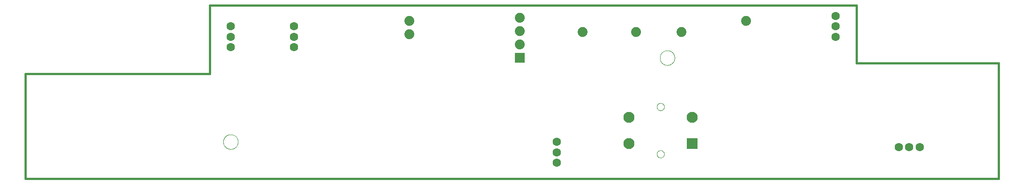
<source format=gbl>
G75*
%MOIN*%
%OFA0B0*%
%FSLAX25Y25*%
%IPPOS*%
%LPD*%
%AMOC8*
5,1,8,0,0,1.08239X$1,22.5*
%
%ADD10C,0.01600*%
%ADD11C,0.07400*%
%ADD12C,0.06299*%
%ADD13R,0.07400X0.07400*%
%ADD14C,0.00000*%
%ADD15R,0.08268X0.08268*%
%ADD16C,0.08268*%
D10*
X0130984Y0091614D02*
X0130984Y0170354D01*
X0268780Y0170354D01*
X0268780Y0221535D01*
X0753031Y0221535D01*
X0753031Y0178228D01*
X0859331Y0178228D01*
X0859331Y0091614D01*
X0130984Y0091614D01*
D11*
X0501063Y0192165D03*
X0501063Y0202165D03*
X0501063Y0212165D03*
X0548043Y0201622D03*
X0588043Y0201622D03*
X0621772Y0201445D03*
X0670354Y0209724D03*
X0418386Y0209724D03*
X0418386Y0199724D03*
D12*
X0331772Y0197913D03*
X0331772Y0190039D03*
X0284528Y0190039D03*
X0284528Y0197913D03*
X0284528Y0205787D03*
X0331772Y0205787D03*
X0528622Y0119173D03*
X0528622Y0111299D03*
X0528622Y0103425D03*
X0784528Y0115236D03*
X0792402Y0115236D03*
X0800276Y0115236D03*
X0737283Y0197913D03*
X0737283Y0205787D03*
X0737283Y0213661D03*
D13*
X0501063Y0182165D03*
D14*
X0605787Y0182165D02*
X0605789Y0182313D01*
X0605795Y0182461D01*
X0605805Y0182609D01*
X0605819Y0182756D01*
X0605837Y0182903D01*
X0605858Y0183049D01*
X0605884Y0183195D01*
X0605914Y0183340D01*
X0605947Y0183484D01*
X0605985Y0183627D01*
X0606026Y0183769D01*
X0606071Y0183910D01*
X0606119Y0184050D01*
X0606172Y0184189D01*
X0606228Y0184326D01*
X0606288Y0184461D01*
X0606351Y0184595D01*
X0606418Y0184727D01*
X0606489Y0184857D01*
X0606563Y0184985D01*
X0606640Y0185111D01*
X0606721Y0185235D01*
X0606805Y0185357D01*
X0606892Y0185476D01*
X0606983Y0185593D01*
X0607077Y0185708D01*
X0607173Y0185820D01*
X0607273Y0185930D01*
X0607375Y0186036D01*
X0607481Y0186140D01*
X0607589Y0186241D01*
X0607700Y0186339D01*
X0607813Y0186435D01*
X0607929Y0186527D01*
X0608047Y0186616D01*
X0608168Y0186701D01*
X0608291Y0186784D01*
X0608416Y0186863D01*
X0608543Y0186939D01*
X0608672Y0187011D01*
X0608803Y0187080D01*
X0608936Y0187145D01*
X0609071Y0187206D01*
X0609207Y0187264D01*
X0609344Y0187319D01*
X0609483Y0187369D01*
X0609624Y0187416D01*
X0609765Y0187459D01*
X0609908Y0187499D01*
X0610052Y0187534D01*
X0610196Y0187566D01*
X0610342Y0187593D01*
X0610488Y0187617D01*
X0610635Y0187637D01*
X0610782Y0187653D01*
X0610929Y0187665D01*
X0611077Y0187673D01*
X0611225Y0187677D01*
X0611373Y0187677D01*
X0611521Y0187673D01*
X0611669Y0187665D01*
X0611816Y0187653D01*
X0611963Y0187637D01*
X0612110Y0187617D01*
X0612256Y0187593D01*
X0612402Y0187566D01*
X0612546Y0187534D01*
X0612690Y0187499D01*
X0612833Y0187459D01*
X0612974Y0187416D01*
X0613115Y0187369D01*
X0613254Y0187319D01*
X0613391Y0187264D01*
X0613527Y0187206D01*
X0613662Y0187145D01*
X0613795Y0187080D01*
X0613926Y0187011D01*
X0614055Y0186939D01*
X0614182Y0186863D01*
X0614307Y0186784D01*
X0614430Y0186701D01*
X0614551Y0186616D01*
X0614669Y0186527D01*
X0614785Y0186435D01*
X0614898Y0186339D01*
X0615009Y0186241D01*
X0615117Y0186140D01*
X0615223Y0186036D01*
X0615325Y0185930D01*
X0615425Y0185820D01*
X0615521Y0185708D01*
X0615615Y0185593D01*
X0615706Y0185476D01*
X0615793Y0185357D01*
X0615877Y0185235D01*
X0615958Y0185111D01*
X0616035Y0184985D01*
X0616109Y0184857D01*
X0616180Y0184727D01*
X0616247Y0184595D01*
X0616310Y0184461D01*
X0616370Y0184326D01*
X0616426Y0184189D01*
X0616479Y0184050D01*
X0616527Y0183910D01*
X0616572Y0183769D01*
X0616613Y0183627D01*
X0616651Y0183484D01*
X0616684Y0183340D01*
X0616714Y0183195D01*
X0616740Y0183049D01*
X0616761Y0182903D01*
X0616779Y0182756D01*
X0616793Y0182609D01*
X0616803Y0182461D01*
X0616809Y0182313D01*
X0616811Y0182165D01*
X0616809Y0182017D01*
X0616803Y0181869D01*
X0616793Y0181721D01*
X0616779Y0181574D01*
X0616761Y0181427D01*
X0616740Y0181281D01*
X0616714Y0181135D01*
X0616684Y0180990D01*
X0616651Y0180846D01*
X0616613Y0180703D01*
X0616572Y0180561D01*
X0616527Y0180420D01*
X0616479Y0180280D01*
X0616426Y0180141D01*
X0616370Y0180004D01*
X0616310Y0179869D01*
X0616247Y0179735D01*
X0616180Y0179603D01*
X0616109Y0179473D01*
X0616035Y0179345D01*
X0615958Y0179219D01*
X0615877Y0179095D01*
X0615793Y0178973D01*
X0615706Y0178854D01*
X0615615Y0178737D01*
X0615521Y0178622D01*
X0615425Y0178510D01*
X0615325Y0178400D01*
X0615223Y0178294D01*
X0615117Y0178190D01*
X0615009Y0178089D01*
X0614898Y0177991D01*
X0614785Y0177895D01*
X0614669Y0177803D01*
X0614551Y0177714D01*
X0614430Y0177629D01*
X0614307Y0177546D01*
X0614182Y0177467D01*
X0614055Y0177391D01*
X0613926Y0177319D01*
X0613795Y0177250D01*
X0613662Y0177185D01*
X0613527Y0177124D01*
X0613391Y0177066D01*
X0613254Y0177011D01*
X0613115Y0176961D01*
X0612974Y0176914D01*
X0612833Y0176871D01*
X0612690Y0176831D01*
X0612546Y0176796D01*
X0612402Y0176764D01*
X0612256Y0176737D01*
X0612110Y0176713D01*
X0611963Y0176693D01*
X0611816Y0176677D01*
X0611669Y0176665D01*
X0611521Y0176657D01*
X0611373Y0176653D01*
X0611225Y0176653D01*
X0611077Y0176657D01*
X0610929Y0176665D01*
X0610782Y0176677D01*
X0610635Y0176693D01*
X0610488Y0176713D01*
X0610342Y0176737D01*
X0610196Y0176764D01*
X0610052Y0176796D01*
X0609908Y0176831D01*
X0609765Y0176871D01*
X0609624Y0176914D01*
X0609483Y0176961D01*
X0609344Y0177011D01*
X0609207Y0177066D01*
X0609071Y0177124D01*
X0608936Y0177185D01*
X0608803Y0177250D01*
X0608672Y0177319D01*
X0608543Y0177391D01*
X0608416Y0177467D01*
X0608291Y0177546D01*
X0608168Y0177629D01*
X0608047Y0177714D01*
X0607929Y0177803D01*
X0607813Y0177895D01*
X0607700Y0177991D01*
X0607589Y0178089D01*
X0607481Y0178190D01*
X0607375Y0178294D01*
X0607273Y0178400D01*
X0607173Y0178510D01*
X0607077Y0178622D01*
X0606983Y0178737D01*
X0606892Y0178854D01*
X0606805Y0178973D01*
X0606721Y0179095D01*
X0606640Y0179219D01*
X0606563Y0179345D01*
X0606489Y0179473D01*
X0606418Y0179603D01*
X0606351Y0179735D01*
X0606288Y0179869D01*
X0606228Y0180004D01*
X0606172Y0180141D01*
X0606119Y0180280D01*
X0606071Y0180420D01*
X0606026Y0180561D01*
X0605985Y0180703D01*
X0605947Y0180846D01*
X0605914Y0180990D01*
X0605884Y0181135D01*
X0605858Y0181281D01*
X0605837Y0181427D01*
X0605819Y0181574D01*
X0605805Y0181721D01*
X0605795Y0181869D01*
X0605789Y0182017D01*
X0605787Y0182165D01*
X0603500Y0145417D02*
X0603502Y0145522D01*
X0603508Y0145627D01*
X0603518Y0145731D01*
X0603532Y0145835D01*
X0603550Y0145939D01*
X0603572Y0146041D01*
X0603597Y0146143D01*
X0603627Y0146244D01*
X0603660Y0146343D01*
X0603697Y0146441D01*
X0603738Y0146538D01*
X0603783Y0146633D01*
X0603831Y0146726D01*
X0603882Y0146818D01*
X0603938Y0146907D01*
X0603996Y0146994D01*
X0604058Y0147079D01*
X0604122Y0147162D01*
X0604190Y0147242D01*
X0604261Y0147319D01*
X0604335Y0147393D01*
X0604412Y0147465D01*
X0604491Y0147534D01*
X0604573Y0147599D01*
X0604657Y0147662D01*
X0604744Y0147721D01*
X0604833Y0147777D01*
X0604924Y0147830D01*
X0605017Y0147879D01*
X0605111Y0147924D01*
X0605207Y0147966D01*
X0605305Y0148004D01*
X0605404Y0148038D01*
X0605505Y0148069D01*
X0605606Y0148095D01*
X0605709Y0148118D01*
X0605812Y0148137D01*
X0605916Y0148152D01*
X0606020Y0148163D01*
X0606125Y0148170D01*
X0606230Y0148173D01*
X0606335Y0148172D01*
X0606440Y0148167D01*
X0606544Y0148158D01*
X0606648Y0148145D01*
X0606752Y0148128D01*
X0606855Y0148107D01*
X0606957Y0148082D01*
X0607058Y0148054D01*
X0607157Y0148021D01*
X0607256Y0147985D01*
X0607353Y0147945D01*
X0607448Y0147902D01*
X0607542Y0147854D01*
X0607634Y0147804D01*
X0607724Y0147750D01*
X0607812Y0147692D01*
X0607897Y0147631D01*
X0607980Y0147567D01*
X0608061Y0147500D01*
X0608139Y0147430D01*
X0608214Y0147356D01*
X0608286Y0147281D01*
X0608356Y0147202D01*
X0608422Y0147121D01*
X0608486Y0147037D01*
X0608546Y0146951D01*
X0608602Y0146863D01*
X0608656Y0146772D01*
X0608706Y0146680D01*
X0608752Y0146586D01*
X0608795Y0146490D01*
X0608834Y0146392D01*
X0608869Y0146294D01*
X0608900Y0146193D01*
X0608928Y0146092D01*
X0608952Y0145990D01*
X0608972Y0145887D01*
X0608988Y0145783D01*
X0609000Y0145679D01*
X0609008Y0145574D01*
X0609012Y0145469D01*
X0609012Y0145365D01*
X0609008Y0145260D01*
X0609000Y0145155D01*
X0608988Y0145051D01*
X0608972Y0144947D01*
X0608952Y0144844D01*
X0608928Y0144742D01*
X0608900Y0144641D01*
X0608869Y0144540D01*
X0608834Y0144442D01*
X0608795Y0144344D01*
X0608752Y0144248D01*
X0608706Y0144154D01*
X0608656Y0144062D01*
X0608602Y0143971D01*
X0608546Y0143883D01*
X0608486Y0143797D01*
X0608422Y0143713D01*
X0608356Y0143632D01*
X0608286Y0143553D01*
X0608214Y0143478D01*
X0608139Y0143404D01*
X0608061Y0143334D01*
X0607980Y0143267D01*
X0607897Y0143203D01*
X0607812Y0143142D01*
X0607724Y0143084D01*
X0607634Y0143030D01*
X0607542Y0142980D01*
X0607448Y0142932D01*
X0607353Y0142889D01*
X0607256Y0142849D01*
X0607157Y0142813D01*
X0607058Y0142780D01*
X0606957Y0142752D01*
X0606855Y0142727D01*
X0606752Y0142706D01*
X0606648Y0142689D01*
X0606544Y0142676D01*
X0606440Y0142667D01*
X0606335Y0142662D01*
X0606230Y0142661D01*
X0606125Y0142664D01*
X0606020Y0142671D01*
X0605916Y0142682D01*
X0605812Y0142697D01*
X0605709Y0142716D01*
X0605606Y0142739D01*
X0605505Y0142765D01*
X0605404Y0142796D01*
X0605305Y0142830D01*
X0605207Y0142868D01*
X0605111Y0142910D01*
X0605017Y0142955D01*
X0604924Y0143004D01*
X0604833Y0143057D01*
X0604744Y0143113D01*
X0604657Y0143172D01*
X0604573Y0143235D01*
X0604491Y0143300D01*
X0604412Y0143369D01*
X0604335Y0143441D01*
X0604261Y0143515D01*
X0604190Y0143592D01*
X0604122Y0143672D01*
X0604058Y0143755D01*
X0603996Y0143840D01*
X0603938Y0143927D01*
X0603882Y0144016D01*
X0603831Y0144108D01*
X0603783Y0144201D01*
X0603738Y0144296D01*
X0603697Y0144393D01*
X0603660Y0144491D01*
X0603627Y0144590D01*
X0603597Y0144691D01*
X0603572Y0144793D01*
X0603550Y0144895D01*
X0603532Y0144999D01*
X0603518Y0145103D01*
X0603508Y0145207D01*
X0603502Y0145312D01*
X0603500Y0145417D01*
X0603500Y0109984D02*
X0603502Y0110089D01*
X0603508Y0110194D01*
X0603518Y0110298D01*
X0603532Y0110402D01*
X0603550Y0110506D01*
X0603572Y0110608D01*
X0603597Y0110710D01*
X0603627Y0110811D01*
X0603660Y0110910D01*
X0603697Y0111008D01*
X0603738Y0111105D01*
X0603783Y0111200D01*
X0603831Y0111293D01*
X0603882Y0111385D01*
X0603938Y0111474D01*
X0603996Y0111561D01*
X0604058Y0111646D01*
X0604122Y0111729D01*
X0604190Y0111809D01*
X0604261Y0111886D01*
X0604335Y0111960D01*
X0604412Y0112032D01*
X0604491Y0112101D01*
X0604573Y0112166D01*
X0604657Y0112229D01*
X0604744Y0112288D01*
X0604833Y0112344D01*
X0604924Y0112397D01*
X0605017Y0112446D01*
X0605111Y0112491D01*
X0605207Y0112533D01*
X0605305Y0112571D01*
X0605404Y0112605D01*
X0605505Y0112636D01*
X0605606Y0112662D01*
X0605709Y0112685D01*
X0605812Y0112704D01*
X0605916Y0112719D01*
X0606020Y0112730D01*
X0606125Y0112737D01*
X0606230Y0112740D01*
X0606335Y0112739D01*
X0606440Y0112734D01*
X0606544Y0112725D01*
X0606648Y0112712D01*
X0606752Y0112695D01*
X0606855Y0112674D01*
X0606957Y0112649D01*
X0607058Y0112621D01*
X0607157Y0112588D01*
X0607256Y0112552D01*
X0607353Y0112512D01*
X0607448Y0112469D01*
X0607542Y0112421D01*
X0607634Y0112371D01*
X0607724Y0112317D01*
X0607812Y0112259D01*
X0607897Y0112198D01*
X0607980Y0112134D01*
X0608061Y0112067D01*
X0608139Y0111997D01*
X0608214Y0111923D01*
X0608286Y0111848D01*
X0608356Y0111769D01*
X0608422Y0111688D01*
X0608486Y0111604D01*
X0608546Y0111518D01*
X0608602Y0111430D01*
X0608656Y0111339D01*
X0608706Y0111247D01*
X0608752Y0111153D01*
X0608795Y0111057D01*
X0608834Y0110959D01*
X0608869Y0110861D01*
X0608900Y0110760D01*
X0608928Y0110659D01*
X0608952Y0110557D01*
X0608972Y0110454D01*
X0608988Y0110350D01*
X0609000Y0110246D01*
X0609008Y0110141D01*
X0609012Y0110036D01*
X0609012Y0109932D01*
X0609008Y0109827D01*
X0609000Y0109722D01*
X0608988Y0109618D01*
X0608972Y0109514D01*
X0608952Y0109411D01*
X0608928Y0109309D01*
X0608900Y0109208D01*
X0608869Y0109107D01*
X0608834Y0109009D01*
X0608795Y0108911D01*
X0608752Y0108815D01*
X0608706Y0108721D01*
X0608656Y0108629D01*
X0608602Y0108538D01*
X0608546Y0108450D01*
X0608486Y0108364D01*
X0608422Y0108280D01*
X0608356Y0108199D01*
X0608286Y0108120D01*
X0608214Y0108045D01*
X0608139Y0107971D01*
X0608061Y0107901D01*
X0607980Y0107834D01*
X0607897Y0107770D01*
X0607812Y0107709D01*
X0607724Y0107651D01*
X0607634Y0107597D01*
X0607542Y0107547D01*
X0607448Y0107499D01*
X0607353Y0107456D01*
X0607256Y0107416D01*
X0607157Y0107380D01*
X0607058Y0107347D01*
X0606957Y0107319D01*
X0606855Y0107294D01*
X0606752Y0107273D01*
X0606648Y0107256D01*
X0606544Y0107243D01*
X0606440Y0107234D01*
X0606335Y0107229D01*
X0606230Y0107228D01*
X0606125Y0107231D01*
X0606020Y0107238D01*
X0605916Y0107249D01*
X0605812Y0107264D01*
X0605709Y0107283D01*
X0605606Y0107306D01*
X0605505Y0107332D01*
X0605404Y0107363D01*
X0605305Y0107397D01*
X0605207Y0107435D01*
X0605111Y0107477D01*
X0605017Y0107522D01*
X0604924Y0107571D01*
X0604833Y0107624D01*
X0604744Y0107680D01*
X0604657Y0107739D01*
X0604573Y0107802D01*
X0604491Y0107867D01*
X0604412Y0107936D01*
X0604335Y0108008D01*
X0604261Y0108082D01*
X0604190Y0108159D01*
X0604122Y0108239D01*
X0604058Y0108322D01*
X0603996Y0108407D01*
X0603938Y0108494D01*
X0603882Y0108583D01*
X0603831Y0108675D01*
X0603783Y0108768D01*
X0603738Y0108863D01*
X0603697Y0108960D01*
X0603660Y0109058D01*
X0603627Y0109157D01*
X0603597Y0109258D01*
X0603572Y0109360D01*
X0603550Y0109462D01*
X0603532Y0109566D01*
X0603518Y0109670D01*
X0603508Y0109774D01*
X0603502Y0109879D01*
X0603500Y0109984D01*
X0279016Y0119173D02*
X0279018Y0119321D01*
X0279024Y0119469D01*
X0279034Y0119617D01*
X0279048Y0119764D01*
X0279066Y0119911D01*
X0279087Y0120057D01*
X0279113Y0120203D01*
X0279143Y0120348D01*
X0279176Y0120492D01*
X0279214Y0120635D01*
X0279255Y0120777D01*
X0279300Y0120918D01*
X0279348Y0121058D01*
X0279401Y0121197D01*
X0279457Y0121334D01*
X0279517Y0121469D01*
X0279580Y0121603D01*
X0279647Y0121735D01*
X0279718Y0121865D01*
X0279792Y0121993D01*
X0279869Y0122119D01*
X0279950Y0122243D01*
X0280034Y0122365D01*
X0280121Y0122484D01*
X0280212Y0122601D01*
X0280306Y0122716D01*
X0280402Y0122828D01*
X0280502Y0122938D01*
X0280604Y0123044D01*
X0280710Y0123148D01*
X0280818Y0123249D01*
X0280929Y0123347D01*
X0281042Y0123443D01*
X0281158Y0123535D01*
X0281276Y0123624D01*
X0281397Y0123709D01*
X0281520Y0123792D01*
X0281645Y0123871D01*
X0281772Y0123947D01*
X0281901Y0124019D01*
X0282032Y0124088D01*
X0282165Y0124153D01*
X0282300Y0124214D01*
X0282436Y0124272D01*
X0282573Y0124327D01*
X0282712Y0124377D01*
X0282853Y0124424D01*
X0282994Y0124467D01*
X0283137Y0124507D01*
X0283281Y0124542D01*
X0283425Y0124574D01*
X0283571Y0124601D01*
X0283717Y0124625D01*
X0283864Y0124645D01*
X0284011Y0124661D01*
X0284158Y0124673D01*
X0284306Y0124681D01*
X0284454Y0124685D01*
X0284602Y0124685D01*
X0284750Y0124681D01*
X0284898Y0124673D01*
X0285045Y0124661D01*
X0285192Y0124645D01*
X0285339Y0124625D01*
X0285485Y0124601D01*
X0285631Y0124574D01*
X0285775Y0124542D01*
X0285919Y0124507D01*
X0286062Y0124467D01*
X0286203Y0124424D01*
X0286344Y0124377D01*
X0286483Y0124327D01*
X0286620Y0124272D01*
X0286756Y0124214D01*
X0286891Y0124153D01*
X0287024Y0124088D01*
X0287155Y0124019D01*
X0287284Y0123947D01*
X0287411Y0123871D01*
X0287536Y0123792D01*
X0287659Y0123709D01*
X0287780Y0123624D01*
X0287898Y0123535D01*
X0288014Y0123443D01*
X0288127Y0123347D01*
X0288238Y0123249D01*
X0288346Y0123148D01*
X0288452Y0123044D01*
X0288554Y0122938D01*
X0288654Y0122828D01*
X0288750Y0122716D01*
X0288844Y0122601D01*
X0288935Y0122484D01*
X0289022Y0122365D01*
X0289106Y0122243D01*
X0289187Y0122119D01*
X0289264Y0121993D01*
X0289338Y0121865D01*
X0289409Y0121735D01*
X0289476Y0121603D01*
X0289539Y0121469D01*
X0289599Y0121334D01*
X0289655Y0121197D01*
X0289708Y0121058D01*
X0289756Y0120918D01*
X0289801Y0120777D01*
X0289842Y0120635D01*
X0289880Y0120492D01*
X0289913Y0120348D01*
X0289943Y0120203D01*
X0289969Y0120057D01*
X0289990Y0119911D01*
X0290008Y0119764D01*
X0290022Y0119617D01*
X0290032Y0119469D01*
X0290038Y0119321D01*
X0290040Y0119173D01*
X0290038Y0119025D01*
X0290032Y0118877D01*
X0290022Y0118729D01*
X0290008Y0118582D01*
X0289990Y0118435D01*
X0289969Y0118289D01*
X0289943Y0118143D01*
X0289913Y0117998D01*
X0289880Y0117854D01*
X0289842Y0117711D01*
X0289801Y0117569D01*
X0289756Y0117428D01*
X0289708Y0117288D01*
X0289655Y0117149D01*
X0289599Y0117012D01*
X0289539Y0116877D01*
X0289476Y0116743D01*
X0289409Y0116611D01*
X0289338Y0116481D01*
X0289264Y0116353D01*
X0289187Y0116227D01*
X0289106Y0116103D01*
X0289022Y0115981D01*
X0288935Y0115862D01*
X0288844Y0115745D01*
X0288750Y0115630D01*
X0288654Y0115518D01*
X0288554Y0115408D01*
X0288452Y0115302D01*
X0288346Y0115198D01*
X0288238Y0115097D01*
X0288127Y0114999D01*
X0288014Y0114903D01*
X0287898Y0114811D01*
X0287780Y0114722D01*
X0287659Y0114637D01*
X0287536Y0114554D01*
X0287411Y0114475D01*
X0287284Y0114399D01*
X0287155Y0114327D01*
X0287024Y0114258D01*
X0286891Y0114193D01*
X0286756Y0114132D01*
X0286620Y0114074D01*
X0286483Y0114019D01*
X0286344Y0113969D01*
X0286203Y0113922D01*
X0286062Y0113879D01*
X0285919Y0113839D01*
X0285775Y0113804D01*
X0285631Y0113772D01*
X0285485Y0113745D01*
X0285339Y0113721D01*
X0285192Y0113701D01*
X0285045Y0113685D01*
X0284898Y0113673D01*
X0284750Y0113665D01*
X0284602Y0113661D01*
X0284454Y0113661D01*
X0284306Y0113665D01*
X0284158Y0113673D01*
X0284011Y0113685D01*
X0283864Y0113701D01*
X0283717Y0113721D01*
X0283571Y0113745D01*
X0283425Y0113772D01*
X0283281Y0113804D01*
X0283137Y0113839D01*
X0282994Y0113879D01*
X0282853Y0113922D01*
X0282712Y0113969D01*
X0282573Y0114019D01*
X0282436Y0114074D01*
X0282300Y0114132D01*
X0282165Y0114193D01*
X0282032Y0114258D01*
X0281901Y0114327D01*
X0281772Y0114399D01*
X0281645Y0114475D01*
X0281520Y0114554D01*
X0281397Y0114637D01*
X0281276Y0114722D01*
X0281158Y0114811D01*
X0281042Y0114903D01*
X0280929Y0114999D01*
X0280818Y0115097D01*
X0280710Y0115198D01*
X0280604Y0115302D01*
X0280502Y0115408D01*
X0280402Y0115518D01*
X0280306Y0115630D01*
X0280212Y0115745D01*
X0280121Y0115862D01*
X0280034Y0115981D01*
X0279950Y0116103D01*
X0279869Y0116227D01*
X0279792Y0116353D01*
X0279718Y0116481D01*
X0279647Y0116611D01*
X0279580Y0116743D01*
X0279517Y0116877D01*
X0279457Y0117012D01*
X0279401Y0117149D01*
X0279348Y0117288D01*
X0279300Y0117428D01*
X0279255Y0117569D01*
X0279214Y0117711D01*
X0279176Y0117854D01*
X0279143Y0117998D01*
X0279113Y0118143D01*
X0279087Y0118289D01*
X0279066Y0118435D01*
X0279048Y0118582D01*
X0279034Y0118729D01*
X0279024Y0118877D01*
X0279018Y0119025D01*
X0279016Y0119173D01*
D15*
X0629878Y0117858D03*
D16*
X0582634Y0117858D03*
X0582634Y0137543D03*
X0629878Y0137543D03*
M02*

</source>
